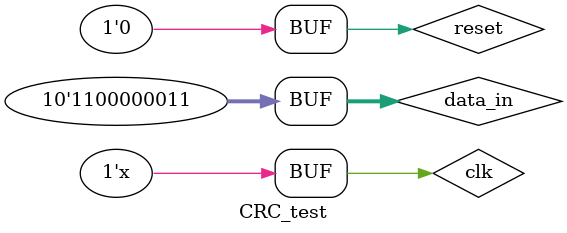
<source format=v>
`timescale 1ns / 1ps


module CRC_test;

	// Inputs
	reg clk;
	reg reset;
	reg [9:0] data_in;

	// Outputs
	wire [8:0] data_out;
	//wire [8:0] out;

	// Instantiate the Unit Under Test (UUT)
	CRC_4_level uut (
		.clk(clk), 
		.reset(reset), 
		.data_in(data_in), 
		.data_out(data_out)
	);

	initial begin
		// Initialize Inputs
		clk = 0;
		reset = 1;
		data_in = 10'b1100000011;
		
		#10
		reset = 0;
	
		
		#10
		reset = 0;
		
		#100;
        
		// Add stimulus here

	end
      
		always #10 clk = ~clk;
      
endmodule


</source>
